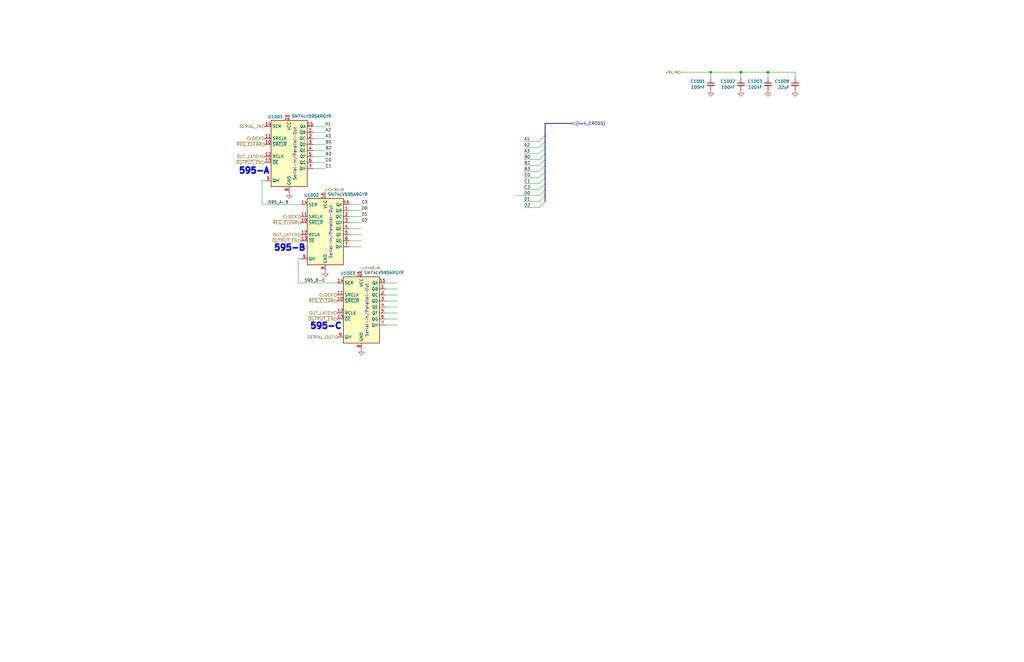
<source format=kicad_sch>
(kicad_sch (version 20250114) (generator "eeschema") (generator_version "9.0")
  (paper "B")
  (lib_symbols
    (symbol "74HC595_1"
      (property "Reference" "U110" (at -1.27 16.51 0))
      (property "Value" "SN74LV595ARGYR" (at -1.27 14.0857 0))
      (symbol "74HC595_1_1_0"
        (pin input line (at -10.16 10.16 0) (length 2.54) (name "SER") (number "14"))
        (pin input line (at -10.16 5.08 0) (length 2.54) (name "SRCLK") (number "11"))
        (pin input line (at -10.16 2.54 0) (length 2.54) (name "~{SRCLR}") (number "10"))
        (pin input line (at -10.16 -2.54 0) (length 2.54) (name "RCLK") (number "12"))
        (pin input line (at -10.16 -5.08 0) (length 2.54) (name "~{OE}") (number "13"))
        (pin output line (at -10.16 -12.7 0) (length 2.54) (name "QH'") (number "9"))
        (pin power_in line (at 0 15.24 270) (length 2.54) (name "VCC") (number "16"))
        (pin power_in line (at 0 -17.78 90) (length 2.54) (name "GND") (number "8"))
        (pin tri_state line (at 10.16 10.16 180) (length 2.54) (name "QA") (number "15"))
        (pin tri_state line (at 10.16 7.62 180) (length 2.54) (name "QB") (number "1"))
        (pin tri_state line (at 10.16 5.08 180) (length 2.54) (name "QC") (number "2"))
        (pin tri_state line (at 10.16 2.54 180) (length 2.54) (name "QD") (number "3"))
        (pin tri_state line (at 10.16 0 180) (length 2.54) (name "QE") (number "4"))
        (pin tri_state line (at 10.16 -2.54 180) (length 2.54) (name "QF") (number "5"))
        (pin tri_state line (at 10.16 -5.08 180) (length 2.54) (name "QG") (number "6"))
        (pin tri_state line (at 10.16 -7.62 180) (length 2.54) (name "QH") (number "7"))
      )
      (symbol "74HC595_1_1_1"
        (rectangle (start -7.62 12.7) (end 7.62 -15.24) (stroke (width 0.254)) (fill (type background)))
      )
    )
    (symbol "Device:C_Small" (pin_numbers (hide yes)) (pin_names (offset 0.254) (hide yes))
      (property "Reference" "C" (at 0.254 1.778 0))
      (property "Value" "C_Small" (at 0.254 -2.032 0))
      (symbol "C_Small_0_1"
        (polyline (pts (xy -1.524 0.508) (xy 1.524 0.508)) (stroke (width 0.3048)))
        (polyline (pts (xy -1.524 -0.508) (xy 1.524 -0.508)) (stroke (width 0.3302)))
      )
      (symbol "C_Small_1_1"
        (pin passive line (at 0 2.54 270) (length 2.032) (name "~") (number "1"))
        (pin passive line (at 0 -2.54 90) (length 2.032) (name "~") (number "2"))
      )
    )
    (symbol "power:GND" (power) (pin_numbers (hide yes)) (pin_names (offset 0) (hide yes))
      (property "Value" "GND" (at 0 -3.81 0))
      (symbol "GND_0_1"
        (polyline (pts (xy 0 0) (xy 0 -1.27) (xy 1.27 -1.27) (xy 0 -2.54) (xy -1.27 -1.27) (xy 0 -1.27)))
      )
      (symbol "GND_1_1"
        (pin power_in line (at 0 0 270) (length 0) (name "~") (number "1"))
      )
    )
  )
  (text "595-C" (at 137.414 137.668 0) (effects (font (size 2.54 2.54) (thickness 1.016) (bold yes))))
  (text "595-B" (at 122.174 104.648 0) (effects (font (size 2.54 2.54) (thickness 1.016) (bold yes))))
  (text "595-A" (at 107.188 72.136 0) (effects (font (size 2.54 2.54) (thickness 1.016) (bold yes))))
  (text "Serial-In/Parallel-Out" (at 139.446 98.044 90) (effects (font (size 1.27 1.27))))
  (text "Serial-In/Parallel-Out" (at 124.3083 65.024 90) (effects (font (size 1.27 1.27))))
  (text "Serial-In/Parallel-Out" (at 154.686 131.064 90) (effects (font (size 1.27 1.27))))
  (junction (at 323.85 30.48))
  (junction (at 312.42 30.48))
  (junction (at 299.72 30.48))
  (bus_entry (at 229.87 59.69) (size -2.54 2.54))
  (bus_entry (at 229.87 82.55) (size -2.54 2.54))
  (bus_entry (at 229.87 85.09) (size -2.54 2.54))
  (bus_entry (at 229.87 64.77) (size -2.54 2.54))
  (bus_entry (at 229.87 77.47) (size -2.54 2.54))
  (bus_entry (at 229.87 62.23) (size -2.54 2.54))
  (bus_entry (at 229.87 74.93) (size -2.54 2.54))
  (bus_entry (at 229.87 69.85) (size -2.54 2.54))
  (bus_entry (at 229.87 72.39) (size -2.54 2.54))
  (bus_entry (at 229.87 57.15) (size -2.54 2.54))
  (bus_entry (at 229.87 80.01) (size -2.54 2.54))
  (bus_entry (at 229.87 67.31) (size -2.54 2.54))
  (bus (pts (xy 229.87 72.39) (xy 229.87 74.93)))
  (bus (pts (xy 229.87 59.69) (xy 229.87 62.23)))
  (wire (pts (xy 299.72 30.48) (xy 312.42 30.48)))
  (wire (pts (xy 323.85 30.48) (xy 335.28 30.48)))
  (wire (pts (xy 220.98 72.39) (xy 227.33 72.39)))
  (wire (pts (xy 127 86.36) (xy 110.49 86.36)))
  (wire (pts (xy 220.98 67.31) (xy 227.33 67.31)))
  (wire (pts (xy 220.98 69.85) (xy 227.33 69.85)))
  (wire (pts (xy 152.4 91.44) (xy 147.32 91.44)))
  (wire (pts (xy 220.98 74.93) (xy 227.33 74.93)))
  (wire (pts (xy 152.4 93.98) (xy 147.32 93.98)))
  (wire (pts (xy 138.43 80.01) (xy 137.16 80.01)))
  (wire (pts (xy 137.16 71.12) (xy 132.08 71.12)))
  (wire (pts (xy 110.49 86.36) (xy 110.49 76.2)))
  (wire (pts (xy 323.85 30.48) (xy 323.85 33.02)))
  (wire (pts (xy 137.16 63.5) (xy 132.08 63.5)))
  (wire (pts (xy 137.16 80.01) (xy 137.16 81.28)))
  (wire (pts (xy 110.49 76.2) (xy 111.76 76.2)))
  (wire (pts (xy 335.28 30.48) (xy 335.28 33.02)))
  (wire (pts (xy 153.67 113.03) (xy 152.4 113.03)))
  (wire (pts (xy 220.98 85.09) (xy 227.33 85.09)))
  (wire (pts (xy 152.4 101.6) (xy 147.32 101.6)))
  (wire (pts (xy 167.64 132.08) (xy 162.56 132.08)))
  (wire (pts (xy 137.16 55.88) (xy 132.08 55.88)))
  (bus (pts (xy 229.87 69.85) (xy 229.87 72.39)))
  (wire (pts (xy 152.4 86.36) (xy 147.32 86.36)))
  (wire (pts (xy 152.4 113.03) (xy 152.4 114.3)))
  (wire (pts (xy 220.98 62.23) (xy 227.33 62.23)))
  (bus (pts (xy 229.87 67.31) (xy 229.87 69.85)))
  (bus (pts (xy 229.87 57.15) (xy 229.87 59.69)))
  (bus (pts (xy 229.87 62.23) (xy 229.87 64.77)))
  (wire (pts (xy 167.64 137.16) (xy 162.56 137.16)))
  (wire (pts (xy 167.64 124.46) (xy 162.56 124.46)))
  (wire (pts (xy 142.24 119.38) (xy 125.73 119.38)))
  (wire (pts (xy 137.16 68.58) (xy 132.08 68.58)))
  (wire (pts (xy 287.02 30.48) (xy 299.72 30.48)))
  (wire (pts (xy 312.42 30.48) (xy 312.42 33.02)))
  (bus (pts (xy 229.87 80.01) (xy 229.87 82.55)))
  (wire (pts (xy 167.64 129.54) (xy 162.56 129.54)))
  (wire (pts (xy 137.16 66.04) (xy 132.08 66.04)))
  (wire (pts (xy 217.17 82.55) (xy 227.33 82.55)))
  (wire (pts (xy 152.4 99.06) (xy 147.32 99.06)))
  (bus (pts (xy 229.87 57.15) (xy 229.87 52.07)))
  (wire (pts (xy 220.98 59.69) (xy 227.33 59.69)))
  (bus (pts (xy 229.87 74.93) (xy 229.87 77.47)))
  (bus (pts (xy 229.87 64.77) (xy 229.87 67.31)))
  (wire (pts (xy 167.64 134.62) (xy 162.56 134.62)))
  (wire (pts (xy 152.4 88.9) (xy 147.32 88.9)))
  (wire (pts (xy 220.98 77.47) (xy 227.33 77.47)))
  (bus (pts (xy 229.87 77.47) (xy 229.87 80.01)))
  (wire (pts (xy 312.42 30.48) (xy 323.85 30.48)))
  (wire (pts (xy 167.64 119.38) (xy 162.56 119.38)))
  (wire (pts (xy 137.16 58.42) (xy 132.08 58.42)))
  (wire (pts (xy 125.73 119.38) (xy 125.73 109.22)))
  (wire (pts (xy 125.73 109.22) (xy 127 109.22)))
  (wire (pts (xy 152.4 96.52) (xy 147.32 96.52)))
  (bus (pts (xy 229.87 52.07) (xy 241.3 52.07)))
  (wire (pts (xy 137.16 60.96) (xy 132.08 60.96)))
  (wire (pts (xy 167.64 121.92) (xy 162.56 121.92)))
  (wire (pts (xy 137.16 53.34) (xy 132.08 53.34)))
  (wire (pts (xy 220.98 80.01) (xy 227.33 80.01)))
  (wire (pts (xy 299.72 33.02) (xy 299.72 30.48)))
  (wire (pts (xy 220.98 87.63) (xy 227.33 87.63)))
  (wire (pts (xy 152.4 104.14) (xy 147.32 104.14)))
  (bus (pts (xy 229.87 82.55) (xy 229.87 85.09)))
  (wire (pts (xy 220.98 64.77) (xy 227.33 64.77)))
  (wire (pts (xy 167.64 127) (xy 162.56 127)))
  (label "C1" (at 137.16 71.12 0))
  (label "A2" (at 137.16 55.88 0))
  (label "595_A-B" (at 113.03 86.36 0))
  (label "B3" (at 137.16 66.04 0))
  (label "A1" (at 137.16 53.34 0))
  (label "A3" (at 137.16 58.42 0))
  (label "D2" (at 152.4 93.98 0))
  (label "C0" (at 220.98 74.93 0))
  (label "C3" (at 220.98 80.01 0))
  (label "D0" (at 220.9849 82.55 0))
  (label "B0" (at 137.16 60.96 0))
  (label "A1" (at 220.98 59.69 0))
  (label "B3" (at 220.98 72.39 0))
  (label "C1" (at 220.98 77.47 0))
  (label "C0" (at 137.16 68.58 0))
  (label "595_B-C" (at 128.27 119.38 0))
  (label "D1" (at 220.98 85.09 0))
  (label "C3" (at 152.4 86.36 0))
  (label "B2" (at 220.98 69.85 0))
  (label "D0" (at 152.4 88.9 0))
  (label "B2" (at 137.16 63.5 0))
  (label "A2" (at 220.98 62.23 0))
  (label "D1" (at 152.4 91.44 0))
  (label "D2" (at 220.98 87.63 0))
  (label "B0" (at 220.98 67.31 0))
  (label "A3" (at 220.98 64.77 0))
  (hierarchical_label "~{OUTPUT_EN}" (shape input) (at 142.24 134.62 180))
  (hierarchical_label "{4x4_CROSS}" (shape input) (at 241.3 52.07 0))
  (hierarchical_label "CLOCK" (shape input) (at 127 91.44 180))
  (hierarchical_label "~{REG_CLEAR}" (shape input) (at 127 93.98 180))
  (hierarchical_label "+5V_IN" (shape input) (at 153.67 113.03 0) (effects (font (size 1 1))))
  (hierarchical_label "+5V_IN" (shape input) (at 138.43 80.01 0) (effects (font (size 1 1))))
  (hierarchical_label "SERIAL_OUT" (shape output) (at 142.24 142.24 180))
  (hierarchical_label "+5V_IN" (shape input) (at 287.02 30.48 180) (effects (font (size 1 1))))
  (hierarchical_label "~{REG_CLEAR}" (shape input) (at 142.24 127 180))
  (hierarchical_label "~{OUTPUT_EN}" (shape input) (at 127 101.6 180))
  (hierarchical_label "CLOCK" (shape input) (at 111.76 58.42 180))
  (hierarchical_label "OUT_LATCH" (shape input) (at 127 99.06 180))
  (hierarchical_label "~{REG_CLEAR}" (shape input) (at 111.76 60.96 180))
  (hierarchical_label "SERIAL_IN" (shape input) (at 111.76 53.34 180))
  (hierarchical_label "OUT_LATCH" (shape input) (at 142.24 132.08 180))
  (hierarchical_label "OUT_LATCH" (shape input) (at 111.76 66.04 180))
  (hierarchical_label "CLOCK" (shape input) (at 142.24 124.46 180))
  (hierarchical_label "~{OUTPUT_EN}" (shape input) (at 111.76 68.58 180))
  (symbol (lib_id "Device:C_Small") (at 323.85 35.56 0) (mirror y) (unit 1)
    (property "Reference" "C1003" (at 321.5259 34.3541 0) (effects (justify left)))
    (property "Value" "100nF" (at 321.5259 36.7784 0) (effects (justify left)))
    (property "Footprint" "Capacitor_SMD:C_0402_1005Metric" (effects (hide yes)))
    (property "Description" "Unpolarized capacitor, small symbol" (effects (hide yes)))
  )
  (symbol (lib_id "power:GND") (at 152.4 147.32 0) (unit 1)
    (property "Reference" "#PWR01003" (effects (hide yes)))
    (property "Value" "GND" (effects (hide yes)))
    (property "Description" "Power symbol creates a global label with name \"GND\" , ground" (effects (hide yes)))
  )
  (symbol (lib_id "power:GND") (at 299.72 38.1 0) (mirror y) (unit 1)
    (property "Reference" "#PWR01004" (effects (hide yes)))
    (property "Value" "GND" (effects (hide yes)))
    (property "Description" "Power symbol creates a global label with name \"GND\" , ground" (effects (hide yes)))
  )
  (symbol (lib_name "74HC595_1") (lib_id "74xx:74HC595") (at 121.92 63.5 0) (unit 1)
    (property "Reference" "U1001" (at 119.38 49.276 0) (effects (justify right)))
    (property "Value" "SN74LV595ARGYR" (at 122.936 49.022 0) (effects (justify left)))
    (property "Footprint" "Libraries:RGY16_2P55X2P05" (effects (hide yes)))
    (property "Datasheet" "https://www.ti.com/lit/ds/symlink/sn74hc595.pdf" (effects (hide yes)))
    (property "Description" "8-bit serial in/out Shift Register 3-State Outputs" (effects (hide yes)))
    (property "DigiKey" "https://www.digikey.com/en/products/detail/texas-instruments/SN74LV595ARGYR/521526" (effects (hide yes)))
  )
  (symbol (lib_id "power:GND") (at 323.85 38.1 0) (mirror y) (unit 1)
    (property "Reference" "#PWR01006" (effects (hide yes)))
    (property "Value" "GND" (effects (hide yes)))
    (property "Description" "Power symbol creates a global label with name \"GND\" , ground" (effects (hide yes)))
  )
  (symbol (lib_id "Device:C_Small") (at 335.28 35.56 0) (unit 1)
    (property "Reference" "C1008" (at 332.9559 34.3541 0) (effects (justify right)))
    (property "Value" "22uF" (at 332.9559 36.7784 0) (effects (justify right)))
    (property "Footprint" "Capacitor_SMD:C_0603_1608Metric" (effects (hide yes)))
    (property "Description" "Unpolarized capacitor, small symbol" (effects (hide yes)))
  )
  (symbol (lib_id "Device:C_Small") (at 312.42 35.56 0) (mirror y) (unit 1)
    (property "Reference" "C1002" (at 310.0959 34.3541 0) (effects (justify left)))
    (property "Value" "100nF" (at 310.0959 36.7784 0) (effects (justify left)))
    (property "Footprint" "Capacitor_SMD:C_0402_1005Metric" (effects (hide yes)))
    (property "Description" "Unpolarized capacitor, small symbol" (effects (hide yes)))
  )
  (symbol (lib_id "power:GND") (at 137.16 114.3 0) (unit 1)
    (property "Reference" "#PWR01002" (effects (hide yes)))
    (property "Value" "GND" (effects (hide yes)))
    (property "Description" "Power symbol creates a global label with name \"GND\" , ground" (effects (hide yes)))
  )
  (symbol (lib_id "power:GND") (at 335.28 38.1 0) (unit 1)
    (property "Reference" "#PWR01011" (effects (hide yes)))
    (property "Value" "GND" (effects (hide yes)))
    (property "Description" "Power symbol creates a global label with name \"GND\" , ground" (effects (hide yes)))
  )
  (symbol (lib_id "power:GND") (at 312.42 38.1 0) (mirror y) (unit 1)
    (property "Reference" "#PWR01005" (effects (hide yes)))
    (property "Value" "GND" (effects (hide yes)))
    (property "Description" "Power symbol creates a global label with name \"GND\" , ground" (effects (hide yes)))
  )
  (symbol (lib_id "Device:C_Small") (at 299.72 35.56 0) (mirror y) (unit 1)
    (property "Reference" "C1001" (at 297.3959 34.3541 0) (effects (justify left)))
    (property "Value" "100nF" (at 297.3959 36.7784 0) (effects (justify left)))
    (property "Footprint" "Capacitor_SMD:C_0402_1005Metric" (effects (hide yes)))
    (property "Description" "Unpolarized capacitor, small symbol" (effects (hide yes)))
  )
  (symbol (lib_id "power:GND") (at 121.92 81.28 0) (unit 1)
    (property "Reference" "#PWR01001" (effects (hide yes)))
    (property "Value" "GND" (effects (hide yes)))
    (property "Description" "Power symbol creates a global label with name \"GND\" , ground" (effects (hide yes)))
  )
  (symbol (lib_name "74HC595_1") (lib_id "74xx:74HC595") (at 152.4 129.54 0) (unit 1)
    (property "Reference" "U1003" (at 149.86 115.316 0) (effects (justify right)))
    (property "Value" "SN74LV595ARGYR" (at 153.416 115.062 0) (effects (justify left)))
    (property "Footprint" "Libraries:RGY16_2P55X2P05" (effects (hide yes)))
    (property "Datasheet" "https://www.ti.com/lit/ds/symlink/sn74hc595.pdf" (effects (hide yes)))
    (property "Description" "8-bit serial in/out Shift Register 3-State Outputs" (effects (hide yes)))
    (property "DigiKey" "https://www.digikey.com/en/products/detail/texas-instruments/SN74LV595ARGYR/521526" (effects (hide yes)))
  )
  (symbol (lib_name "74HC595_1") (lib_id "74xx:74HC595") (at 137.16 96.52 0) (unit 1)
    (property "Reference" "U1002" (at 134.62 82.296 0) (effects (justify right)))
    (property "Value" "SN74LV595ARGYR" (at 138.176 82.042 0) (effects (justify left)))
    (property "Footprint" "Libraries:RGY16_2P55X2P05" (effects (hide yes)))
    (property "Datasheet" "https://www.ti.com/lit/ds/symlink/sn74hc595.pdf" (effects (hide yes)))
    (property "Description" "8-bit serial in/out Shift Register 3-State Outputs" (effects (hide yes)))
    (property "DigiKey" "https://www.digikey.com/en/products/detail/texas-instruments/SN74LV595ARGYR/521526" (effects (hide yes)))
  )
)
</source>
